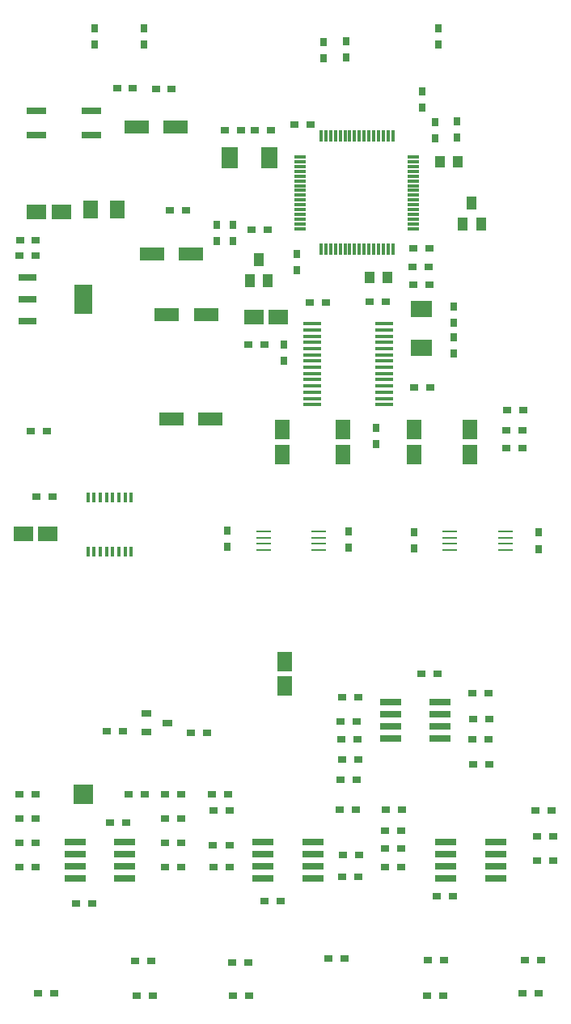
<source format=gtp>
G04 DipTrace 4.0.0.0*
G04 ringsoon.GTP*
%MOIN*%
G04 #@! TF.FileFunction,Paste,Top*
G04 #@! TF.Part,Single*
%AMOUTLINE0*
4,1,4,
-0.05118,-0.02756,
0.051182,-0.027558,
0.05118,0.02756,
-0.051182,0.027558,
-0.05118,-0.02756,
0*%
%AMOUTLINE1*
4,1,4,
0.03937,0.029528,
-0.03937,0.029528,
-0.03937,-0.029528,
0.03937,-0.029528,
0.03937,0.029528,
0*%
%AMOUTLINE2*
4,1,4,
-0.029528,0.03937,
-0.029528,-0.03937,
0.029528,-0.03937,
0.029528,0.03937,
-0.029528,0.03937,
0*%
%AMOUTLINE3*
4,1,4,
0.029528,-0.03937,
0.029528,0.03937,
-0.029528,0.03937,
-0.029528,-0.03937,
0.029528,-0.03937,
0*%
%AMOUTLINE4*
4,1,4,
0.019685,0.027559,
-0.019685,0.027559,
-0.019685,-0.027559,
0.019685,-0.027559,
0.019685,0.027559,
0*%
%AMOUTLINE5*
4,1,4,
0.023622,-0.005906,
0.023622,0.005906,
-0.023622,0.005906,
-0.023622,-0.005906,
0.023622,-0.005906,
0*%
%AMOUTLINE6*
4,1,4,
0.005906,0.023622,
-0.005906,0.023622,
-0.005906,-0.023622,
0.005906,-0.023622,
0.005906,0.023622,
0*%
%AMOUTLINE7*
4,1,4,
-0.023622,0.005906,
-0.023622,-0.005906,
0.023622,-0.005906,
0.023622,0.005906,
-0.023622,0.005906,
0*%
%AMOUTLINE8*
4,1,4,
-0.005906,-0.023622,
0.005906,-0.023622,
0.005906,0.023622,
-0.005906,0.023622,
-0.005906,-0.023622,
0*%
%AMOUTLINE9*
4,1,4,
0.019685,-0.01378,
0.019685,0.01378,
-0.019685,0.01378,
-0.019685,-0.01378,
0.019685,-0.01378,
0*%
%AMOUTLINE10*
4,1,4,
0.006889,0.019685,
-0.00689,0.019685,
-0.006889,-0.019685,
0.00689,-0.019685,
0.006889,0.019685,
0*%
%AMOUTLINE11*
4,1,4,
-0.006889,-0.019685,
0.00689,-0.019685,
0.006889,0.019685,
-0.00689,0.019685,
-0.006889,-0.019685,
0*%
%AMOUTLINE12*
4,1,4,
-0.043307,0.011811,
-0.043307,-0.011811,
0.043307,-0.011811,
0.043307,0.011811,
-0.043307,0.011811,
0*%
%AMOUTLINE13*
4,1,4,
0.0375,0.0075,
-0.0375,0.0075,
-0.0375,-0.0075,
0.0375,-0.0075,
0.0375,0.0075,
0*%
%AMOUTLINE16*
4,1,4,
0.016732,0.01378,
-0.016732,0.01378,
-0.016732,-0.01378,
0.016732,-0.01378,
0.016732,0.01378,
0*%
%AMOUTLINE17*
4,1,4,
-0.031496,-0.035492,
0.031496,-0.035492,
0.031496,0.035492,
-0.031496,0.035492,
-0.031496,-0.035492,
0*%
%AMOUTLINE18*
4,1,4,
-0.0125,-0.025,
0.0125,-0.025,
0.0125,0.025,
-0.0125,0.025,
-0.0125,-0.025,
0*%
%ADD66R,0.062866X0.007748*%
%ADD76R,0.086488X0.07074*%
%ADD78R,0.07074X0.086488*%
%ADD88R,0.076646X0.119953*%
%ADD90R,0.076646X0.029402*%
%ADD92R,0.078614X0.03137*%
%ADD94R,0.043181X0.051055*%
%ADD96R,0.03137X0.035307*%
%ADD98R,0.035307X0.03137*%
%ADD100R,0.102236X0.056961*%
%ADD103OUTLINE0*%
%ADD104OUTLINE1*%
%ADD105OUTLINE2*%
%ADD106OUTLINE3*%
%ADD107OUTLINE4*%
%ADD108OUTLINE5*%
%ADD109OUTLINE6*%
%ADD110OUTLINE7*%
%ADD111OUTLINE8*%
%ADD112OUTLINE9*%
%ADD113OUTLINE10*%
%ADD114OUTLINE11*%
%ADD115OUTLINE12*%
%ADD116OUTLINE13*%
%ADD119OUTLINE16*%
%ADD120OUTLINE17*%
%ADD121OUTLINE18*%
%FSLAX26Y26*%
G04*
G70*
G90*
G75*
G01*
G04 TopPaste*
%LPD*%
D103*
X1100975Y2963473D3*
X1262392Y2963477D3*
D100*
X1021161Y3644184D3*
X1182579D3*
X956684Y4169184D3*
X1118101D3*
D98*
X1386438Y4156276D3*
X1319509D3*
X1444509D3*
X1511438D3*
X475434Y3637933D3*
X542363D3*
D96*
X1355817Y3763554D3*
X1355820Y3696625D3*
D100*
X1081684Y3394184D3*
X1243101D3*
D96*
X1286182Y3764027D3*
Y3697098D3*
D98*
X1674646Y4178983D3*
X1607716D3*
D96*
X1618161Y3643402D3*
Y3576472D3*
D104*
X592269Y2492752D3*
X489907D3*
D98*
X612244Y2643611D3*
X545315D3*
X2673613Y1244184D3*
X2606684D3*
X1180765Y1669761D3*
X1247694D3*
D94*
X1992097Y3549199D3*
X1917294Y3549197D3*
D96*
X2187386Y4122314D3*
Y4189243D3*
X2278575Y4124377D3*
Y4191306D3*
D98*
X2193332Y999533D3*
X2260261D3*
X2097604Y3666399D3*
X2164533D3*
D104*
X1542387Y3385245D3*
X1440025D3*
D94*
X2206979Y4024125D3*
X2281782D3*
D96*
X2265148Y3360719D3*
Y3427648D3*
Y3302648D3*
Y3235719D3*
D98*
X1671749Y3444919D3*
X1738678D3*
X2406571Y1644212D3*
X2339642Y1644210D3*
X1916277Y3448596D3*
X1983206D3*
X1981684Y1194184D3*
X2048613D3*
X1873613Y1169184D3*
X1806684D3*
X1484903Y3271858D3*
X1417974Y3271856D3*
D96*
X1564704Y3205332D3*
X1564703Y3272261D3*
D105*
X1556684Y2920365D3*
Y2818003D3*
X1806684Y2920365D3*
Y2818003D3*
X2100434Y2920365D3*
Y2818003D3*
D96*
X1944184Y2927648D3*
Y2860719D3*
D98*
X1273737Y1119184D3*
X1340667D3*
X1867529Y1645486D3*
X1800600D3*
X1803184Y1562066D3*
X1870113D3*
X706684Y969184D3*
X773613D3*
D105*
X2331684Y2920365D3*
Y2818003D3*
D104*
X647195Y3818163D3*
X544833D3*
D98*
X473219Y1119184D3*
X540148D3*
X1073219D3*
X1140148D3*
X1094278Y3825144D3*
X1161207D3*
X846949Y1302361D3*
X913878D3*
D106*
X1567325Y1863522D3*
Y1965884D3*
D98*
X586982Y2916123D3*
X520052D3*
X2131640Y1915934D3*
X2198569D3*
X2481684Y2919184D3*
X2548613D3*
X1484106Y977745D3*
X1551035D3*
D107*
X2301573Y3766701D3*
X2376377D3*
X2338975Y3853315D3*
D92*
X545849Y4236169D3*
X545852Y4136169D3*
X770655Y4136175D3*
X770652Y4236175D3*
D90*
X508062Y3548908D3*
Y3458357D3*
Y3367806D3*
D88*
X736408Y3458357D3*
D108*
X1631684Y4044184D3*
Y4024499D3*
Y4004814D3*
Y3985129D3*
Y3965444D3*
Y3945758D3*
Y3926073D3*
Y3906388D3*
Y3886703D3*
Y3867018D3*
Y3847333D3*
Y3827648D3*
Y3807963D3*
Y3788278D3*
Y3768593D3*
Y3748908D3*
D109*
X1717762Y3663829D3*
X1737447D3*
X1757132D3*
X1776818D3*
X1796503D3*
X1816188D3*
X1835873D3*
X1855558D3*
X1875243D3*
X1894928D3*
X1914613D3*
X1934298D3*
X1953983D3*
X1973668D3*
X1993353D3*
X2013038D3*
D110*
X2097117Y3748908D3*
Y3768593D3*
Y3788278D3*
Y3807963D3*
Y3827648D3*
Y3847333D3*
Y3867018D3*
Y3886703D3*
Y3906388D3*
Y3926073D3*
Y3945758D3*
Y3965444D3*
Y3985129D3*
Y4004814D3*
Y4024499D3*
Y4044184D3*
D111*
X2013038Y4130262D3*
X1993353D3*
X1973668D3*
X1953983D3*
X1934298D3*
X1914613D3*
X1894928D3*
X1875243D3*
X1855558D3*
X1835873D3*
X1816188D3*
X1796503D3*
X1776818D3*
X1757132D3*
X1737447D3*
X1717762D3*
D112*
X998041Y1750202D3*
Y1675399D3*
X1084655Y1712800D3*
D113*
X756684Y2419184D3*
X782275D3*
X807865Y2419185D3*
X833456Y2419186D3*
X859047Y2419187D3*
X884637D3*
X910228Y2419188D3*
X935818Y2419189D3*
D114*
X935812Y2641630D3*
X910221Y2641629D3*
X884631Y2641628D3*
X859040D3*
X833449Y2641627D3*
X807859Y2641626D3*
X782268Y2641625D3*
X756678D3*
D115*
X1684046Y1071546D3*
Y1121546D3*
Y1171546D3*
Y1221546D3*
X1479321D3*
Y1171546D3*
Y1121546D3*
Y1071546D3*
D116*
X1681684Y3356680D3*
Y3331089D3*
Y3305499D3*
Y3279908D3*
Y3254318D3*
Y3228727D3*
Y3203136D3*
Y3177546D3*
Y3151955D3*
Y3126365D3*
Y3100774D3*
Y3075184D3*
Y3049593D3*
Y3024003D3*
X1977132D3*
Y3049593D3*
Y3075184D3*
Y3100774D3*
Y3126365D3*
Y3151955D3*
Y3177546D3*
Y3203136D3*
Y3228727D3*
Y3254318D3*
Y3279908D3*
Y3305499D3*
Y3331089D3*
Y3356680D3*
D115*
X2209046Y1646546D3*
Y1696546D3*
Y1746546D3*
Y1796546D3*
X2004321D3*
Y1746546D3*
Y1696546D3*
Y1646546D3*
X909047Y1071548D3*
X909046Y1121548D3*
X909045Y1171548D3*
X909044Y1221548D3*
X704320Y1221544D3*
X704321Y1171544D3*
X704322Y1121544D3*
X704323Y1071544D3*
X2436556Y1071546D3*
Y1121546D3*
Y1171546D3*
Y1221546D3*
X2231832D3*
Y1171546D3*
Y1121546D3*
Y1071546D3*
D119*
X1037455Y4326062D3*
X1100447D3*
X876962Y4326564D3*
X939954D3*
X478769Y3701139D3*
X541761D3*
D78*
X1342659Y4039740D3*
X1502934D3*
D107*
X1423726Y3533971D3*
X1461127Y3620585D3*
X1498529Y3533971D3*
D76*
X2131684Y3419184D3*
Y3258908D3*
D96*
X2134371Y4247677D3*
Y4314606D3*
D120*
X878701Y3828510D3*
X766732D3*
D96*
X2200434Y4506684D3*
Y4573613D3*
X784833Y4573608D3*
Y4506678D3*
X988522Y4508365D3*
Y4575294D3*
X1820127Y4453737D3*
X1820125Y4520667D3*
X1728790Y4518909D3*
Y4451980D3*
D98*
X1497486Y3743073D3*
X1430556D3*
X2154865Y587560D3*
X2221794D3*
X835255Y1677165D3*
X902184D3*
X2606684Y1144184D3*
X2673613D3*
X2613800Y598919D3*
X2546871D3*
X2668340Y1352098D3*
X2601411D3*
X2098169Y3516342D3*
X2165098D3*
X2095867Y3590950D3*
X2162797D3*
X2343165Y1729423D3*
X2410094Y1729425D3*
X2412255Y1539665D3*
X2345325Y1539663D3*
X2406440Y1833711D3*
X2339510D3*
X1981684Y1269184D3*
X2048613D3*
X1420953Y588635D3*
X1354024Y588633D3*
X1985556Y1353745D3*
X2052486D3*
X1860748Y1353436D3*
X1793819D3*
X2048613Y1119184D3*
X1981684D3*
X1805400Y1078808D3*
X1872329D3*
X2100538Y3095602D3*
X2167467D3*
X1339655Y1207634D3*
X1272726D3*
X1865148Y1717111D3*
X1798219D3*
X540148Y1319184D3*
X473219D3*
X1268400Y1417627D3*
X1335329D3*
X1865148Y1477648D3*
X1798219D3*
X1273916Y1352199D3*
X1340845D3*
X1804403Y1817665D3*
X1871332D3*
X1073219Y1419184D3*
X1140148D3*
X949665Y732664D3*
X1016594D3*
X540148Y1419184D3*
X473219D3*
X540148Y1219184D3*
X473219D3*
X1140148D3*
X1073219D3*
Y1319184D3*
X1140148D3*
X990148Y1419184D3*
X923219D3*
X1350336Y724783D3*
X1417265D3*
X2551105Y3000417D3*
X2484176D3*
X2223281Y733220D3*
X2156352D3*
X1813755Y742087D3*
X1746825D3*
X2481684Y2844184D3*
X2548613D3*
X616674Y598287D3*
X549745Y598285D3*
X958978Y588766D3*
X1025907D3*
X2624803Y733925D3*
X2557874D3*
D96*
X1831684Y2502648D3*
Y2435719D3*
X1329625Y2504201D3*
Y2437272D3*
X2612934Y2496398D3*
Y2429468D3*
X2100434Y2497912D3*
Y2430983D3*
G36*
X778709Y1379377D2*
Y1459440D1*
X698774D1*
Y1379377D1*
X778709D1*
G37*
D121*
X756491Y1419377D3*
X723026D3*
D66*
X1480010Y2501319D3*
Y2475728D3*
Y2450138D3*
Y2424547D3*
X1708357D3*
Y2450138D3*
Y2475728D3*
Y2501319D3*
X2248761D3*
Y2475728D3*
Y2450138D3*
Y2424547D3*
X2477108D3*
Y2450138D3*
Y2475728D3*
Y2501319D3*
M02*

</source>
